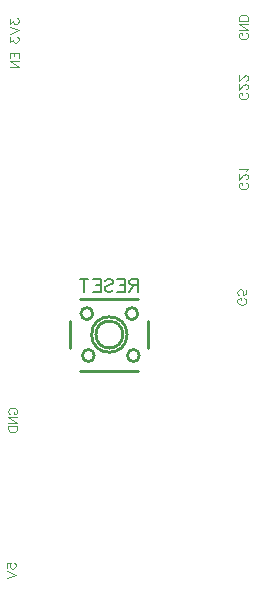
<source format=gbo>
G04 Layer: BottomSilkLayer*
G04 EasyEDA v6.4.19.5, 2021-06-22T13:22:06+02:00*
G04 8d010e87a7914041b3697a5a1e0c44dd,1767a0bbb58a490299b52c1c45d7117c,10*
G04 Gerber Generator version 0.2*
G04 Scale: 100 percent, Rotated: No, Reflected: No *
G04 Dimensions in millimeters *
G04 leading zeros omitted , absolute positions ,4 integer and 5 decimal *
%FSLAX45Y45*%
%MOMM*%

%ADD10C,0.2540*%
%ADD24C,0.1524*%
%ADD27C,0.1030*%

%LPD*%
D27*
X3009900Y-2828289D02*
G01*
X3017265Y-2832100D01*
X3024377Y-2839212D01*
X3028188Y-2846578D01*
X3028188Y-2861055D01*
X3024377Y-2868421D01*
X3017265Y-2875534D01*
X3009900Y-2879344D01*
X2998977Y-2882900D01*
X2980943Y-2882900D01*
X2970022Y-2879344D01*
X2962656Y-2875534D01*
X2955290Y-2868421D01*
X2951734Y-2861055D01*
X2951734Y-2846578D01*
X2955290Y-2839212D01*
X2962656Y-2832100D01*
X2970022Y-2828289D01*
X2980943Y-2828289D01*
X2980943Y-2846578D02*
G01*
X2980943Y-2828289D01*
X3028188Y-2804413D02*
G01*
X2951734Y-2804413D01*
X3028188Y-2804413D02*
G01*
X2951734Y-2753360D01*
X3028188Y-2753360D02*
G01*
X2951734Y-2753360D01*
X3028188Y-2729484D02*
G01*
X2951734Y-2729484D01*
X3028188Y-2729484D02*
G01*
X3028188Y-2704084D01*
X3024377Y-2693162D01*
X3017265Y-2685795D01*
X3009900Y-2682239D01*
X2998977Y-2678429D01*
X2980943Y-2678429D01*
X2970022Y-2682239D01*
X2962656Y-2685795D01*
X2955290Y-2693162D01*
X2951734Y-2704084D01*
X2951734Y-2729484D01*
X3009900Y-3336289D02*
G01*
X3017265Y-3340100D01*
X3024377Y-3347212D01*
X3028188Y-3354578D01*
X3028188Y-3369055D01*
X3024377Y-3376421D01*
X3017265Y-3383534D01*
X3009900Y-3387344D01*
X2998977Y-3390900D01*
X2980943Y-3390900D01*
X2970022Y-3387344D01*
X2962656Y-3383534D01*
X2955290Y-3376421D01*
X2951734Y-3369055D01*
X2951734Y-3354578D01*
X2955290Y-3347212D01*
X2962656Y-3340100D01*
X2970022Y-3336289D01*
X2980943Y-3336289D01*
X2980943Y-3354578D02*
G01*
X2980943Y-3336289D01*
X3009900Y-3308604D02*
G01*
X3013709Y-3308604D01*
X3020822Y-3305047D01*
X3024377Y-3301492D01*
X3028188Y-3294126D01*
X3028188Y-3279647D01*
X3024377Y-3272281D01*
X3020822Y-3268726D01*
X3013709Y-3265170D01*
X3006343Y-3265170D01*
X2998977Y-3268726D01*
X2988056Y-3276092D01*
X2951734Y-3312413D01*
X2951734Y-3261360D01*
X3009900Y-3233928D02*
G01*
X3013709Y-3233928D01*
X3020822Y-3230118D01*
X3024377Y-3226562D01*
X3028188Y-3219195D01*
X3028188Y-3204718D01*
X3024377Y-3197352D01*
X3020822Y-3193795D01*
X3013709Y-3190239D01*
X3006343Y-3190239D01*
X2998977Y-3193795D01*
X2988056Y-3201162D01*
X2951734Y-3237484D01*
X2951734Y-3186429D01*
X3009900Y-4098289D02*
G01*
X3017265Y-4102100D01*
X3024377Y-4109212D01*
X3028188Y-4116578D01*
X3028188Y-4131055D01*
X3024377Y-4138421D01*
X3017265Y-4145534D01*
X3009900Y-4149344D01*
X2998977Y-4152900D01*
X2980943Y-4152900D01*
X2970022Y-4149344D01*
X2962656Y-4145534D01*
X2955290Y-4138421D01*
X2951734Y-4131055D01*
X2951734Y-4116578D01*
X2955290Y-4109212D01*
X2962656Y-4102100D01*
X2970022Y-4098289D01*
X2980943Y-4098289D01*
X2980943Y-4116578D02*
G01*
X2980943Y-4098289D01*
X3009900Y-4070604D02*
G01*
X3013709Y-4070604D01*
X3020822Y-4067047D01*
X3024377Y-4063492D01*
X3028188Y-4056126D01*
X3028188Y-4041647D01*
X3024377Y-4034281D01*
X3020822Y-4030726D01*
X3013709Y-4027170D01*
X3006343Y-4027170D01*
X2998977Y-4030726D01*
X2988056Y-4038092D01*
X2951734Y-4074413D01*
X2951734Y-4023360D01*
X3013709Y-3999484D02*
G01*
X3017265Y-3992118D01*
X3028188Y-3981195D01*
X2951734Y-3981195D01*
X2997200Y-5076189D02*
G01*
X3004565Y-5080000D01*
X3011677Y-5087112D01*
X3015488Y-5094478D01*
X3015488Y-5108955D01*
X3011677Y-5116321D01*
X3004565Y-5123434D01*
X2997200Y-5127244D01*
X2986277Y-5130800D01*
X2968243Y-5130800D01*
X2957322Y-5127244D01*
X2949956Y-5123434D01*
X2942590Y-5116321D01*
X2939034Y-5108955D01*
X2939034Y-5094478D01*
X2942590Y-5087112D01*
X2949956Y-5080000D01*
X2957322Y-5076189D01*
X2968243Y-5076189D01*
X2968243Y-5094478D02*
G01*
X2968243Y-5076189D01*
X3015488Y-5008626D02*
G01*
X3015488Y-5044947D01*
X2982722Y-5048504D01*
X2986277Y-5044947D01*
X2990088Y-5034026D01*
X2990088Y-5023104D01*
X2986277Y-5012181D01*
X2979165Y-5005070D01*
X2968243Y-5001260D01*
X2960877Y-5001260D01*
X2949956Y-5005070D01*
X2942590Y-5012181D01*
X2939034Y-5023104D01*
X2939034Y-5034026D01*
X2942590Y-5044947D01*
X2946400Y-5048504D01*
X2953511Y-5052313D01*
X985009Y-7358887D02*
G01*
X985009Y-7322565D01*
X1017775Y-7318755D01*
X1014219Y-7322565D01*
X1010409Y-7333487D01*
X1010409Y-7344410D01*
X1014219Y-7355078D01*
X1021331Y-7362444D01*
X1032253Y-7366000D01*
X1039619Y-7366000D01*
X1050541Y-7362444D01*
X1057907Y-7355078D01*
X1061463Y-7344410D01*
X1061463Y-7333487D01*
X1057907Y-7322565D01*
X1054097Y-7318755D01*
X1046985Y-7315200D01*
X985009Y-7390129D02*
G01*
X1061463Y-7419086D01*
X985009Y-7448295D02*
G01*
X1061463Y-7419086D01*
X1016000Y-6061710D02*
G01*
X1008634Y-6057900D01*
X1001521Y-6050787D01*
X997712Y-6043421D01*
X997712Y-6028944D01*
X1001521Y-6021578D01*
X1008634Y-6014465D01*
X1016000Y-6010655D01*
X1026921Y-6007100D01*
X1044955Y-6007100D01*
X1055878Y-6010655D01*
X1063244Y-6014465D01*
X1070610Y-6021578D01*
X1074165Y-6028944D01*
X1074165Y-6043421D01*
X1070610Y-6050787D01*
X1063244Y-6057900D01*
X1055878Y-6061710D01*
X1044955Y-6061710D01*
X1044955Y-6043421D02*
G01*
X1044955Y-6061710D01*
X997712Y-6085586D02*
G01*
X1074165Y-6085586D01*
X997712Y-6085586D02*
G01*
X1074165Y-6136639D01*
X997712Y-6136639D02*
G01*
X1074165Y-6136639D01*
X997712Y-6160515D02*
G01*
X1074165Y-6160515D01*
X997712Y-6160515D02*
G01*
X997712Y-6185915D01*
X1001521Y-6196837D01*
X1008634Y-6204204D01*
X1016000Y-6207760D01*
X1026921Y-6211570D01*
X1044955Y-6211570D01*
X1055878Y-6207760D01*
X1063244Y-6204204D01*
X1070610Y-6196837D01*
X1074165Y-6185915D01*
X1074165Y-6160515D01*
X1010412Y-2997200D02*
G01*
X1086865Y-2997200D01*
X1010412Y-2997200D02*
G01*
X1010412Y-3044444D01*
X1046734Y-2997200D02*
G01*
X1046734Y-3026410D01*
X1086865Y-2997200D02*
G01*
X1086865Y-3044444D01*
X1010412Y-3068573D02*
G01*
X1086865Y-3068573D01*
X1010412Y-3068573D02*
G01*
X1086865Y-3119373D01*
X1010412Y-3119373D02*
G01*
X1086865Y-3119373D01*
X1010412Y-2712468D02*
G01*
X1010412Y-2752346D01*
X1039621Y-2730502D01*
X1039621Y-2741424D01*
X1043178Y-2748790D01*
X1046734Y-2752346D01*
X1057655Y-2755902D01*
X1065021Y-2755902D01*
X1075944Y-2752346D01*
X1083310Y-2744980D01*
X1086865Y-2734312D01*
X1086865Y-2723390D01*
X1083310Y-2712468D01*
X1079500Y-2708658D01*
X1072387Y-2705102D01*
X1010412Y-2780032D02*
G01*
X1086865Y-2808988D01*
X1010412Y-2838198D02*
G01*
X1086865Y-2808988D01*
X1010412Y-2869440D02*
G01*
X1010412Y-2909572D01*
X1039621Y-2887728D01*
X1039621Y-2898650D01*
X1043178Y-2905762D01*
X1046734Y-2909572D01*
X1057655Y-2913128D01*
X1065021Y-2913128D01*
X1075944Y-2909572D01*
X1083310Y-2902206D01*
X1086865Y-2891284D01*
X1086865Y-2880362D01*
X1083310Y-2869440D01*
X1079500Y-2865884D01*
X1072387Y-2862074D01*
D24*
X2095500Y-4913884D02*
G01*
X2095500Y-5022850D01*
X2095500Y-4913884D02*
G01*
X2048763Y-4913884D01*
X2033270Y-4918963D01*
X2027936Y-4924297D01*
X2022856Y-4934712D01*
X2022856Y-4945126D01*
X2027936Y-4955539D01*
X2033270Y-4960620D01*
X2048763Y-4965700D01*
X2095500Y-4965700D01*
X2059177Y-4965700D02*
G01*
X2022856Y-5022850D01*
X1988565Y-4913884D02*
G01*
X1988565Y-5022850D01*
X1988565Y-4913884D02*
G01*
X1921002Y-4913884D01*
X1988565Y-4965700D02*
G01*
X1946909Y-4965700D01*
X1988565Y-5022850D02*
G01*
X1921002Y-5022850D01*
X1813813Y-4929378D02*
G01*
X1824228Y-4918963D01*
X1839976Y-4913884D01*
X1860550Y-4913884D01*
X1876297Y-4918963D01*
X1886712Y-4929378D01*
X1886712Y-4939792D01*
X1881378Y-4950205D01*
X1876297Y-4955539D01*
X1865884Y-4960620D01*
X1834642Y-4971034D01*
X1824228Y-4976113D01*
X1819147Y-4981447D01*
X1813813Y-4991862D01*
X1813813Y-5007355D01*
X1824228Y-5017770D01*
X1839976Y-5022850D01*
X1860550Y-5022850D01*
X1876297Y-5017770D01*
X1886712Y-5007355D01*
X1779523Y-4913884D02*
G01*
X1779523Y-5022850D01*
X1779523Y-4913884D02*
G01*
X1711960Y-4913884D01*
X1779523Y-4965700D02*
G01*
X1738121Y-4965700D01*
X1779523Y-5022850D02*
G01*
X1711960Y-5022850D01*
X1641347Y-4913884D02*
G01*
X1641347Y-5022850D01*
X1677670Y-4913884D02*
G01*
X1605026Y-4913884D01*
D10*
X1524000Y-5272755D02*
G01*
X1524000Y-5496844D01*
X2099213Y-5080000D02*
G01*
X1609186Y-5080000D01*
X2184400Y-5272755D02*
G01*
X2184400Y-5496844D01*
X2099213Y-5689600D02*
G01*
X1609186Y-5689600D01*
G75*
G01
X2095500Y-5207000D02*
G03X2095500Y-5207000I-50800J0D01*
G75*
G01
X2108200Y-5562600D02*
G03X2108200Y-5562600I-50800J0D01*
G75*
G01
X1714500Y-5207000D02*
G03X1714500Y-5207000I-50800J0D01*
G75*
G01
X1727200Y-5562600D02*
G03X1727200Y-5562600I-50800J0D01*
G75*
G01
X1968500Y-5384800D02*
G03X1968500Y-5384800I-114300J0D01*
G75*
G01
X2004314Y-5384800D02*
G03X2004314Y-5384800I-150114J0D01*
M02*

</source>
